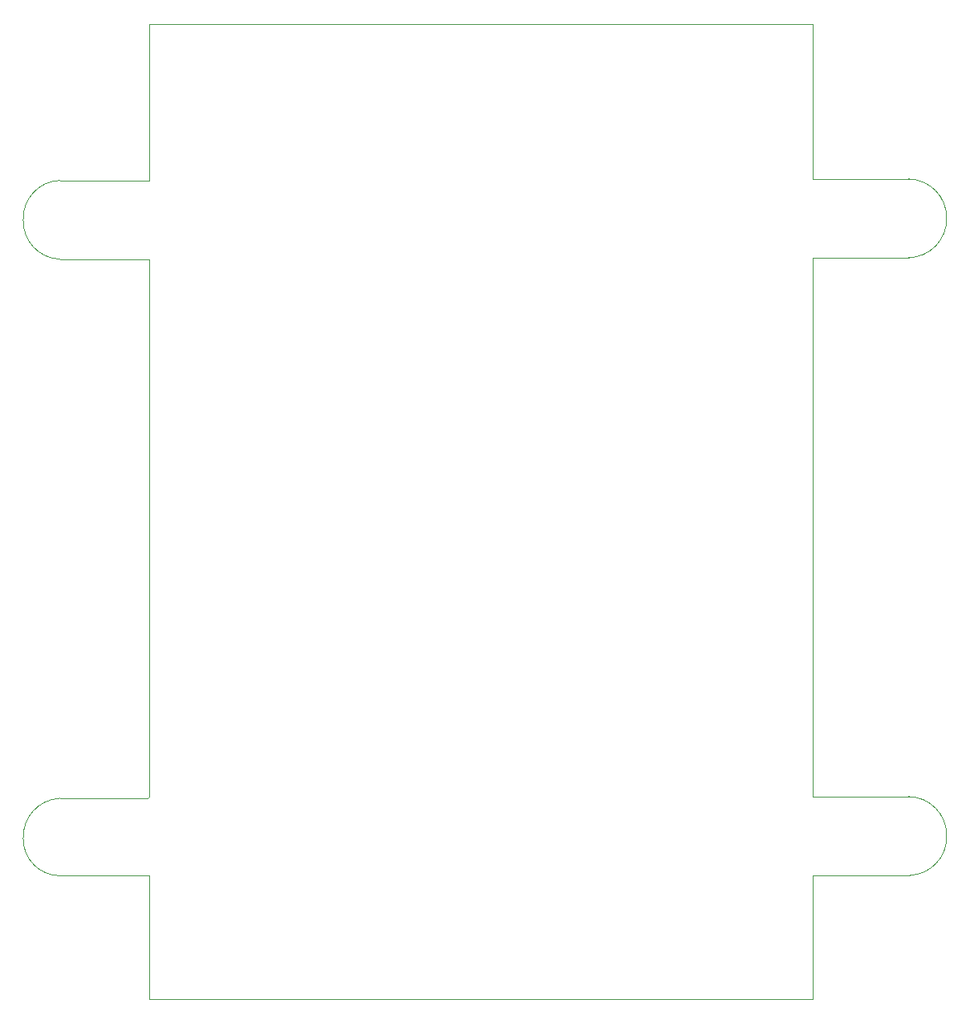
<source format=gbr>
%TF.GenerationSoftware,Altium Limited,Altium Designer,23.6.0 (18)*%
G04 Layer_Color=0*
%FSLAX45Y45*%
%MOMM*%
%TF.SameCoordinates,8094E8B3-5A3C-4876-ADF7-68A746E10FBF*%
%TF.FilePolarity,Positive*%
%TF.FileFunction,Profile,NP*%
%TF.Part,Single*%
G01*
G75*
%TA.AperFunction,Profile*%
%ADD28C,0.02540*%
D28*
X9470000Y2952799D02*
G03*
X9857799Y2565000I387799J0D01*
G01*
X10800000D01*
Y1260000D01*
X17800000D01*
Y2570049D01*
X18813649D01*
X18826788Y2570049D01*
D02*
G03*
X19214600Y2985032I-13586J401397D01*
G01*
D02*
G03*
X18814510Y3399153I-407105J7015D01*
G01*
X18813783Y3399879D01*
X17800000D01*
Y9080000D01*
X18813649D01*
D02*
G03*
X19214600Y9494983I-7016J407966D01*
G01*
D02*
G03*
X18813783Y9909830I-407832J7015D01*
G01*
X17800000D01*
Y11540000D01*
X10800000D01*
Y9895000D01*
X9857800D01*
D02*
G03*
X9470000Y9480000I13600J-401400D01*
G01*
D02*
G03*
X9857799Y9065000I401399J-13600D01*
G01*
X10800000Y9065000D01*
Y3395000D01*
X10786399Y3381399D01*
X9857799D01*
D02*
G03*
X9470000Y2952799I20401J-408200D01*
G01*
%TF.MD5,acbf42671574b51dacb7c74917787384*%
M02*

</source>
